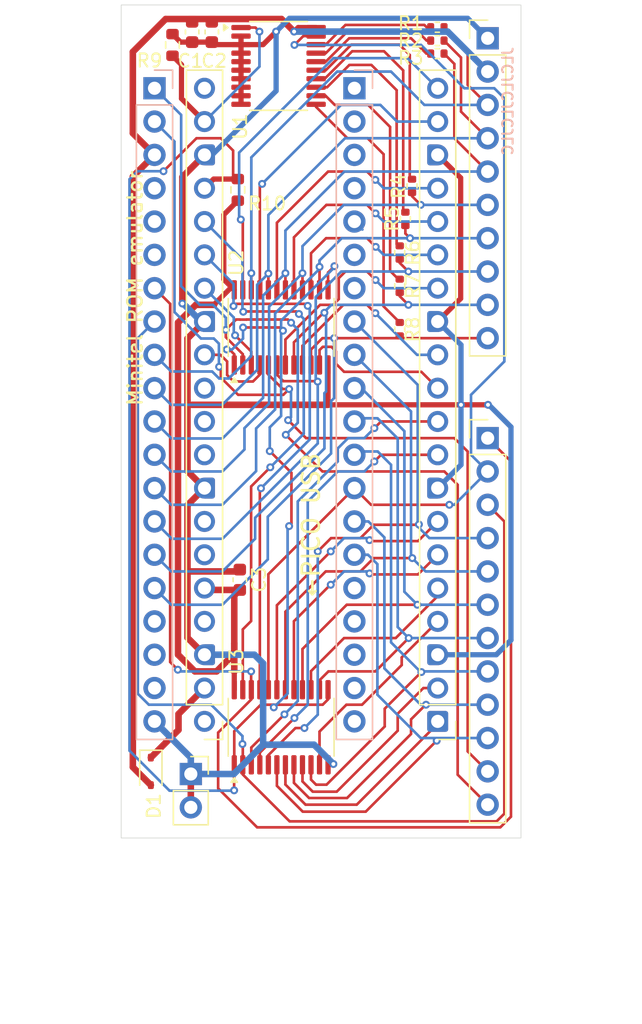
<source format=kicad_pcb>
(kicad_pcb (version 20241229) (generator "pcbnew") (generator_version "9.0")
  (layers (0 "F.Cu" signal) (2 "B.Cu" signal) (13 "F.Paste" user) (15 "B.Paste" user) (5 "F.SilkS" user "F.Silkscreen") (7 "B.SilkS" user "B.Silkscreen") (1 "F.Mask" user) (3 "B.Mask" user) (25 "Edge.Cuts" user))
  (net 0 "")
  (net 1 "+5V")
  (net 3 "/BUS{slash}PSEN")
  (net 16 "unconnected-(J2-A12-PadR5)")
  (net 17 "Net-(D1-K)")
  (net 19 "+3V3")
  (net 23 "GND")
  (net 25 "/BUS{slash}WR")
  (net 26 "/BUS{slash}RD")
  (net 27 "/PICO{slash}WR")
  (net 28 "/BUS{slash}GP7")
  (net 29 "/BUS{slash}GP14")
  (net 30 "/BUS{slash}GP0")
  (net 31 "/BUS{slash}GP11")
  (net 32 "/BUS{slash}GP13")
  (net 33 "/BUS{slash}GP5")
  (net 34 "/BUS{slash}GP10")
  (net 35 "/BUS{slash}GP2")
  (net 36 "/BUS{slash}GP12")
  (net 37 "/BUS{slash}GP4")
  (net 38 "/BUS{slash}GP1")
  (net 39 "/BUS{slash}GP15")
  (net 40 "/BUS{slash}GP9")
  (net 41 "/BUS{slash}GP3")
  (net 42 "/BUS{slash}GP8")
  (net 43 "/BUS{slash}GP6")
  (net 44 "/PICO{slash}GP8")
  (net 45 "/PICO{slash}GP4")
  (net 46 "/PICO{slash}GP11")
  (net 47 "/PICO{slash}GP10")
  (net 48 "/PICO{slash}GP12")
  (net 49 "/PICO{slash}GP2")
  (net 50 "/PICO{slash}GP1")
  (net 51 "/PICO{slash}GP6")
  (net 52 "/PICO{slash}GP7")
  (net 53 "/PICO{slash}GP9")
  (net 54 "/PICO{slash}GP0")
  (net 55 "/PICO{slash}GP13")
  (net 56 "/PICO{slash}GP15")
  (net 57 "/PICO{slash}GP14")
  (net 58 "/PICO{slash}GP5")
  (net 59 "/PICO{slash}GP3")
  (net 60 "/BUS{slash}ALE")
  (net 61 "/PICO{slash}RD")
  (net 62 "Net-(U1-Y8)")
  (net 63 "Net-(U1-Y1)")
  (net 64 "Net-(U1-Y2)")
  (net 65 "Net-(U1-Y3)")
  (net 66 "Net-(U1-Y4)")
  (net 67 "Net-(U1-Y5)")
  (net 68 "Net-(U1-Y6)")
  (net 69 "Net-(U1-Y7)")
  (net 70 "/PICO{slash}NOP_EN")
  (net 71 "/PICO{slash}PSEN")
  (net 72 "/PICO{slash}ALE")
  (net 74 "/PICO{slash}BUS_EN")
  (footprint "Resistor_SMD:R_0402_1005Metric" (layer "F.Cu") (at 76.5834 92.2732 90)
    (property "Reference" "R8")
    (property "Value" "1K5")
  )
  (footprint "ProjectFootprints:RaspberryPi_Pico_Common_THT" (layer "F.Cu") (at 79.479 122.169 180)
    (property "Reference" "J3" (hide yes))
    (property "Value" "RaspberryPico")
  )
  (footprint "MountingHole:ToolingHole_1.152mm" (layer "F.Cu") (at 56.449 68.659)
    (property "Reference" "H1" (hide yes))
    (property "Value" "JLCPCB_PCBA_Tooling_Hole")
  )
  (footprint "Resistor_SMD:R_0603_1608Metric" (layer "F.Cu") (at 59.2606 70.607 90)
    (property "Reference" "R9")
    (property "Value" "8K2")
  )
  (footprint "Package_SO:TSSOP-24_4.4x7.8mm_P0.65mm" (layer "F.Cu") (at 67.545 122.6185 90)
    (property "Reference" "U3")
    (property "Value" "SN74CB3T3384")
  )
  (footprint "Resistor_SMD:R_0402_1005Metric" (layer "F.Cu") (at 76.5834 86.4312 90)
    (property "Reference" "R6")
    (property "Value" "1K5")
  )
  (footprint "ProjectFootprints:NFZ330_ROM_Port" (layer "F.Cu") (at 83.289 70.099)
    (property "Reference" "J1" (hide yes))
    (property "Value" "NFZ330_ROM_Port")
  )
  (footprint "Capacitor_SMD:C_0603_1608Metric" (layer "F.Cu") (at 64.3914 111.374 90)
    (property "Reference" "C3")
    (property "Value" "1uF")
  )
  (footprint "Resistor_SMD:R_0402_1005Metric" (layer "F.Cu") (at 79.4536 70.2768)
    (property "Reference" "R2")
    (property "Value" "1K5")
  )
  (footprint "Resistor_SMD:R_0402_1005Metric" (layer "F.Cu") (at 77.0152 83.8658 90)
    (property "Reference" "R5")
    (property "Value" "1K5")
  )
  (footprint "Diode_SMD:D_SOD-323" (layer "F.Cu") (at 57.6096 125.979 -90)
    (property "Reference" "D1")
    (property "Value" "1N5819WS")
  )
  (footprint "Package_SO:TSSOP-20_4.4x6.5mm_P0.65mm" (layer "F.Cu") (at 67.3475 72.2072)
    (property "Reference" "U1")
    (property "Value" "SN74HCT541")
  )
  (footprint "Resistor_SMD:R_0402_1005Metric" (layer "F.Cu") (at 76.5834 88.9712 90)
    (property "Reference" "R7")
    (property "Value" "1K5")
  )
  (footprint "Connector_PinSocket_2.54mm:PinSocket_1x02_P2.54mm_Vertical" (layer "F.Cu") (at 60.6576 126.1822)
    (property "Reference" "J4" (hide yes))
    (property "Value" "Conn_01x02")
  )
  (footprint "Capacitor_SMD:C_0603_1608Metric" (layer "F.Cu") (at 60.7592 69.6164 -90)
    (property "Reference" "C1")
    (property "Value" "1uF")
  )
  (footprint "Resistor_SMD:R_0402_1005Metric" (layer "F.Cu") (at 79.4536 71.2674)
    (property "Reference" "R3")
    (property "Value" "1K5")
  )
  (footprint "Resistor_SMD:R_0402_1005Metric" (layer "F.Cu") (at 79.4536 69.2608)
    (property "Reference" "R1")
    (property "Value" "1K5")
  )
  (footprint "Capacitor_SMD:C_0603_1608Metric" (layer "F.Cu") (at 62.2578 69.6164 -90)
    (property "Reference" "C2")
    (property "Value" "100nF")
  )
  (footprint "MountingHole:ToolingHole_1.152mm" (layer "F.Cu") (at 84.729 68.659)
    (property "Reference" "H2" (hide yes))
    (property "Value" "JLCPCB_PCBA_Tooling_Hole")
  )
  (footprint "Package_SO:TSSOP-24_4.4x7.8mm_P0.65mm" (layer "F.Cu") (at 67.545 92.1385 90)
    (property "Reference" "U2")
    (property "Value" "SN74CB3T3384")
  )
  (footprint "MountingHole:ToolingHole_1.152mm" (layer "F.Cu") (at 56.449 129.959)
    (property "Reference" "H3" (hide yes))
    (property "Value" "JLCPCB_PCBA_Tooling_Hole")
  )
  (footprint "Resistor_SMD:R_0402_1005Metric" (layer "F.Cu") (at 77.5232 81.3512 -90)
    (property "Reference" "R4")
    (property "Value" "1K5")
  )
  (footprint "Resistor_SMD:R_0603_1608Metric" (layer "F.Cu") (at 64.239 81.656 90)
    (property "Reference" "R10")
    (property "Value" "8K2")
  )
  (footprint "ProjectFootprints:NFZ400_ROM_Port" (layer "B.Cu") (at 73.129 73.909 180)
    (property "Reference" "J2" (hide yes))
    (property "Value" "NFZ400_ROM_Port")
  )
  (gr_rect (start 55.349 67.559) (end 85.829 131.059) (stroke (width 0.05)) (fill no) (layer "Edge.Cuts"))
  (gr_text "←PICO USB" (at 70.589 107.249 90) (layer "F.SilkS") (effects (font (size 1.3 1.3) (thickness 0.2)) (justify bottom)))
  (gr_text "Minitel ROM emulator" (at 57.0508 89.149 90) (layer "F.SilkS") (effects (font (size 1.1 1.1) (thickness 0.18)) (justify bottom)))
  (gr_text "JLCJLCJLCJLC" (at 85.2956 70.6832 90) (layer "B.SilkS") (effects (font (size 0.8 0.8) (thickness 0.15) (bold yes)) (justify left bottom mirror)))
  (segment (start 68.8414 69.2812) (end 70.21 69.2812) (width 0.4) (layer "F.Cu") (net 1))
  (segment (start 56.238 80.64) (end 56.238 125.6574) (width 0.5) (layer "F.Cu") (net 1))
  (segment (start 56.238 125.6574) (end 57.6096 127.029) (width 0.5) (layer "F.Cu") (net 1))
  (segment (start 68.5316 69.591) (end 68.8414 69.2812) (width 0.4) (layer "F.Cu") (net 1))
  (segment (start 68.5316 69.591) (end 67.5718 68.6312) (width 0.5) (layer "F.Cu") (net 1))
  (segment (start 58.74085 68.6312) (end 56.238 71.13405) (width 0.5) (layer "F.Cu") (net 1))
  (segment (start 57.889 78.989) (end 56.238 80.64) (width 0.5) (layer "F.Cu") (net 1))
  (segment (start 56.238 71.13405) (end 56.238 77.338) (width 0.5) (layer "F.Cu") (net 1))
  (segment (start 56.238 77.338) (end 57.889 78.989) (width 0.5) (layer "F.Cu") (net 1))
  (segment (start 67.5718 68.6312) (end 58.74085 68.6312) (width 0.5) (layer "F.Cu") (net 1))
  (via (at 68.5316 69.591) (size 0.6) (drill 0.3) (layers "F.Cu" "B.Cu") (net 1))
  (segment (start 80.241 69.591) (end 68.5316 69.591) (width 0.5) (layer "B.Cu") (net 1))
  (segment (start 83.289 72.639) (end 80.241 69.591) (width 0.5) (layer "B.Cu") (net 1))
  (segment (start 74.399 105.659) (end 73.129 104.389) (width 0.2) (layer "F.Cu") (net 3))
  (segment (start 73.129 104.389) (end 66.57 110.948) (width 0.2) (layer "F.Cu") (net 3))
  (segment (start 69.2318 69.9322) (end 68.557 70.607) (width 0.2) (layer "F.Cu") (net 3))
  (segment (start 80.368 105.659) (end 74.399 105.659) (width 0.2) (layer "F.Cu") (net 3))
  (segment (start 70.21 69.9322) (end 69.2318 69.9322) (width 0.2) (layer "F.Cu") (net 3))
  (segment (start 66.57 110.948) (end 66.57 119.756) (width 0.2) (layer "F.Cu") (net 3))
  (via (at 80.368 105.659) (size 0.6) (drill 0.3) (layers "F.Cu" "B.Cu") (net 3))
  (via (at 68.557 70.607) (size 0.6) (drill 0.3) (layers "F.Cu" "B.Cu") (net 3))
  (segment (start 80.368 105.659) (end 80.749 105.659) (width 0.2) (layer "B.Cu") (net 3))
  (segment (start 78.209 70.607) (end 68.557 70.607) (width 0.2) (layer "B.Cu") (net 3))
  (segment (start 82.019 101.849) (end 82.019 97.277) (width 0.2) (layer "B.Cu") (net 3))
  (segment (start 83.289 103.119) (end 82.019 101.849) (width 0.2) (layer "B.Cu") (net 3))
  (segment (start 80.749 105.659) (end 83.289 103.119) (width 0.2) (layer "B.Cu") (net 3))
  (segment (start 83.797 73.909) (end 81.511 73.909) (width 0.2) (layer "B.Cu") (net 3))
  (segment (start 81.511 73.909) (end 78.209 70.607) (width 0.2) (layer "B.Cu") (net 3))
  (segment (start 84.559 74.671) (end 83.797 73.909) (width 0.2) (layer "B.Cu") (net 3))
  (segment (start 84.559 94.737) (end 84.559 74.671) (width 0.2) (layer "B.Cu") (net 3))
  (segment (start 82.019 97.277) (end 84.559 94.737) (width 0.2) (layer "B.Cu") (net 3))
  (segment (start 73.129 84.069) (end 73.7386 84.6786) (width 0.2) (layer "B.Cu") (net 16))
  (segment (start 59.7178 121.6102) (end 61.699 119.629) (width 0.5) (layer "F.Cu") (net 17))
  (segment (start 59.7178 121.7626) (end 59.7178 121.6102) (width 0.5) (layer "F.Cu") (net 17))
  (segment (start 57.6096 124.929) (end 59.7178 122.8208) (width 0.5) (layer "F.Cu") (net 17))
  (segment (start 59.7178 122.8208) (end 59.7178 121.7626) (width 0.5) (layer "F.Cu") (net 17))
  (segment (start 59.679496 91.7652) (end 59.679496 117.089) (width 0.5) (layer "F.Cu") (net 19))
  (segment (start 62.6238 118.359) (end 63.97 117.0128) (width 0.5) (layer "F.Cu") (net 19))
  (segment (start 62.4356 90.419) (end 61.0386 90.419) (width 0.5) (layer "F.Cu") (net 19))
  (segment (start 63.1722 88.4782) (end 63.97 89.276) (width 0.4) (layer "F.Cu") (net 19))
  (segment (start 63.97 118.3844) (end 63.97 119.756) (width 0.4) (layer "F.Cu") (net 19))
  (segment (start 64.3914 112.149) (end 61.839 112.149) (width 0.5) (layer "F.Cu") (net 19))
  (segment (start 63.1722 83.5478) (end 63.1722 88.4782) (width 0.4) (layer "F.Cu") (net 19))
  (segment (start 64.239 82.481) (end 63.1722 83.5478) (width 0.4) (layer "F.Cu") (net 19))
  (segment (start 63.97 116.2254) (end 63.97 118.3844) (width 0.5) (layer "F.Cu") (net 19))
  (segment (start 63.97 117.0128) (end 63.97 116.2254) (width 0.5) (layer "F.Cu") (net 19))
  (segment (start 62.4356 90.3936) (end 63.9596 88.8696) (width 0.4) (layer "F.Cu") (net 19))
  (segment (start 61.839 112.149) (end 61.699 112.009) (width 0.5) (layer "F.Cu") (net 19))
  (segment (start 59.6924 117.089) (end 60.9624 118.359) (width 0.5) (layer "F.Cu") (net 19))
  (segment (start 61.0386 90.419) (end 59.6924 91.7652) (width 0.5) (layer "F.Cu") (net 19))
  (segment (start 63.97 112.5704) (end 64.3914 112.149) (width 0.5) (layer "F.Cu") (net 19))
  (segment (start 60.9624 118.359) (end 62.6238 118.359) (width 0.5) (layer "F.Cu") (net 19))
  (segment (start 62.4356 90.419) (end 62.4356 90.3936) (width 0.4) (layer "F.Cu") (net 19))
  (segment (start 63.97 116.2254) (end 63.97 112.5704) (width 0.5) (layer "F.Cu") (net 19))
  (segment (start 64.3914 110.599) (end 64.2514 110.739) (width 0.4) (layer "F.Cu") (net 23))
  (segment (start 60.4036 103.0936) (end 61.699 104.389) (width 0.5) (layer "F.Cu") (net 23))
  (segment (start 83.3144 98.039) (end 71.12 98.039) (width 0.4) (layer "F.Cu") (net 23))
  (segment (start 60.013 90.3174) (end 60.013 80.675) (width 0.5) (layer "F.Cu") (net 23))
  (segment (start 64.485 69.9322) (end 64.485 75.1322) (width 0.4) (layer "F.Cu") (net 23))
  (segment (start 60.4036 92.9844) (end 60.4036 97.7088) (width 0.5) (layer "F.Cu") (net 23))
  (segment (start 61.699 91.689) (end 61.699 91.1556) (width 0.2) (layer "F.Cu") (net 23))
  (segment (start 61.699 91.689) (end 60.4036 92.9844) (width 0.5) (layer "F.Cu") (net 23))
  (segment (start 81.2316 80.7416) (end 79.479 78.989) (width 0.4) (layer "F.Cu") (net 23))
  (segment (start 59.87 70.3914) (end 59.2606 69.782) (width 0.4) (layer "F.Cu") (net 23))
  (segment (start 66.1688 70.5822) (end 62.4486 70.5822) (width 0.4) (layer "F.Cu") (net 23))
  (segment (start 67.6934 98.039) (end 71.12 98.039) (width 0.5) (layer "F.Cu") (net 23))
  (segment (start 81.2316 89.9364) (end 81.2316 80.7416) (width 0.4) (layer "F.Cu") (net 23))
  (segment (start 60.4036 115.7936) (end 61.699 117.089) (width 0.5) (layer "F.Cu") (net 23))
  (segment (start 71.5288 125.4202) (end 71.468 125.481) (width 0.2) (layer "F.Cu") (net 23))
  (segment (start 79.479 91.689) (end 81.2316 89.9364) (width 0.4) (layer "F.Cu") (net 23))
  (segment (start 67.16 69.591) (end 66.1688 70.5822) (width 0.4) (layer "F.Cu") (net 23))
  (segment (start 60.013 80.675) (end 61.699 78.989) (width 0.5) (layer "F.Cu") (net 23))
  (segment (start 71.12 98.039) (end 71.12 95.001) (width 0.4) (layer "F.Cu") (net 23))
  (segment (start 60.6576 126.1822) (end 60.6576 128.7222) (width 0.5) (layer "F.Cu") (net 23))
  (segment (start 64.2514 110.739) (end 60.429 110.739) (width 0.5) (layer "F.Cu") (net 23))
  (segment (start 61.699 104.389) (end 60.4036 105.6844) (width 0.5) (layer "F.Cu") (net 23))
  (segment (start 62.4486 70.5822) (end 62.2578 70.3914) (width 0.4) (layer "F.Cu") (net 23))
  (segment (start 60.4036 105.6844) (end 60.4036 110.7136) (width 0.5) (layer "F.Cu") (net 23))
  (segment (start 62.2578 70.3914) (end 59.87 70.3914) (width 0.4) (layer "F.Cu") (net 23))
  (segment (start 60.5814 98.1914) (end 60.4036 98.0136) (width 0.2) (layer "F.Cu") (net 23))
  (segment (start 67.6934 98.039) (end 60.7338 98.039) (width 0.5) (layer "F.Cu") (net 23))
  (segment (start 60.4036 98.0136) (end 60.4036 97.7088) (width 0.2) (layer "F.Cu") (net 23))
  (segment (start 60.4036 97.7088) (end 60.4036 103.0936) (width 0.5) (layer "F.Cu") (net 23))
  (segment (start 60.4036 110.7136) (end 60.4036 115.7936) (width 0.5) (layer "F.Cu") (net 23))
  (segment (start 71.468 125.481) (end 71.12 125.481) (width 0.2) (layer "F.Cu") (net 23))
  (via (at 60.013 90.3174) (size 0.6) (drill 0.3) (layers "F.Cu" "B.Cu") (net 23))
  (via (at 81.257 98.039) (size 0.6) (drill 0.3) (layers "F.Cu" "B.Cu") (net 23))
  (via (at 67.16 69.591) (size 0.6) (drill 0.3) (layers "F.Cu" "B.Cu") (net 23))
  (via (at 83.3144 98.039) (size 0.6) (drill 0.3) (layers "F.Cu" "B.Cu") (net 23))
  (via (at 71.5288 125.4202) (size 0.6) (drill 0.3) (layers "F.Cu" "B.Cu") (net 23))
  (segment (start 63.9342 126.1822) (end 66.1694 123.947) (width 0.5) (layer "B.Cu") (net 23))
  (segment (start 83.9494 117.089) (end 79.479 117.089) (width 0.4) (layer "B.Cu") (net 23))
  (segment (start 68.176 68.575) (end 67.16 69.591) (width 0.4) (layer "B.Cu") (net 23))
  (segment (start 62.2832 78.989) (end 61.699 78.989) (width 0.4) (layer "B.Cu") (net 23))
  (segment (start 67.16 69.591) (end 67.16 74.1122) (width 0.4) (layer "B.Cu") (net 23))
  (segment (start 60.0734 90.3174) (end 61.445 91.689) (width 0.5) (layer "B.Cu") (net 23))
  (segment (start 81.257 93.467) (end 81.257 97.7342) (width 0.4) (layer "B.Cu") (net 23))
  (segment (start 60.6576 126.1822) (end 60.6576 124.9376) (width 0.5) (layer "B.Cu") (net 23))
  (segment (start 83.289 70.099) (end 81.765 68.575) (width 0.4) (layer "B.Cu") (net 23))
  (segment (start 65.509 117.089) (end 66.1694 117.7494) (width 0.5) (layer "B.Cu") (net 23))
  (segment (start 83.378 98.039) (end 85.067 99.728) (width 0.4) (layer "B.Cu") (net 23))
  (segment (start 60.6576 124.9376) (end 57.889 122.169) (width 0.5) (layer "B.Cu") (net 23))
  (segment (start 70.0556 123.947) (end 66.1694 123.947) (width 0.5) (layer "B.Cu") (net 23))
  (segment (start 67.16 74.1122) (end 62.2832 78.989) (width 0.4) (layer "B.Cu") (net 23))
  (segment (start 66.1694 117.7494) (end 66.1694 123.947) (width 0.5) (layer "B.Cu") (net 23))
  (segment (start 83.3144 98.039) (end 83.378 98.039) (width 0.4) (layer "B.Cu") (net 23))
  (segment (start 71.5288 125.4202) (end 70.0556 123.947) (width 0.5) (layer "B.Cu") (net 23))
  (segment (start 85.067 115.9714) (end 83.9494 117.089) (width 0.4) (layer "B.Cu") (net 23))
  (segment (start 85.067 99.728) (end 85.067 115.9714) (width 0.4) (layer "B.Cu") (net 23))
  (segment (start 60.6576 126.1822) (end 63.9342 126.1822) (width 0.5) (layer "B.Cu") (net 23))
  (segment (start 61.699 117.089) (end 65.509 117.089) (width 0.5) (layer "B.Cu") (net 23))
  (segment (start 61.445 91.689) (end 61.699 91.689) (width 0.5) (layer "B.Cu") (net 23))
  (segment (start 79.479 104.389) (end 81.257 102.611) (width 0.4) (layer "B.Cu") (net 23))
  (segment (start 79.479 91.689) (end 81.257 93.467) (width 0.4) (layer "B.Cu") (net 23))
  (segment (start 60.013 90.3174) (end 60.0734 90.3174) (width 0.5) (layer "B.Cu") (net 23))
  (segment (start 81.257 102.611) (end 81.257 98.3438) (width 0.4) (layer "B.Cu") (net 23))
  (segment (start 81.765 68.575) (end 68.176 68.575) (width 0.4) (layer "B.Cu") (net 23))
  (segment (start 68.302273 91.781) (end 68.057873 91.5366) (width 0.2) (layer "F.Cu") (net 25))
  (segment (start 64.398857 91.5366) (end 64.112 91.5366) (width 0.2) (layer "F.Cu") (net 25))
  (segment (start 63.3246 92.8828) (end 64.62 94.1782) (width 0.2) (layer "F.Cu") (net 25))
  (segment (start 64.903943 91.5438) (end 64.406057 91.5438) (width 0.2) (layer "F.Cu") (net 25))
  (segment (start 81.003 126.233) (end 83.289 128.519) (width 0.2) (layer "F.Cu") (net 25))
  (segment (start 67.8966 100.325) (end 70.6906 103.119) (width 0.2) (layer "F.Cu") (net 25))
  (segment (start 64.112 91.5366) (end 63.3246 92.324) (width 0.2) (layer "F.Cu") (net 25))
  (segment (start 68.057873 91.5366) (end 64.911143 91.5366) (width 0.2) (layer "F.Cu") (net 25))
  (segment (start 63.3246 92.324) (end 63.3246 92.8828) (width 0.2) (layer "F.Cu") (net 25))
  (segment (start 64.406057 91.5438) (end 64.398857 91.5366) (width 0.2) (layer "F.Cu") (net 25))
  (segment (start 81.003 104.135) (end 81.003 126.233) (width 0.2) (layer "F.Cu") (net 25))
  (segment (start 79.987 103.119) (end 81.003 104.135) (width 0.2) (layer "F.Cu") (net 25))
  (segment (start 64.62 94.1782) (end 64.62 95.001) (width 0.2) (layer "F.Cu") (net 25))
  (segment (start 70.6906 103.119) (end 79.987 103.119) (width 0.2) (layer "F.Cu") (net 25))
  (segment (start 64.911143 91.5366) (end 64.903943 91.5438) (width 0.2) (layer "F.Cu") (net 25))
  (via (at 63.3246 92.324) (size 0.6) (drill 0.3) (layers "F.Cu" "B.Cu") (net 25))
  (via (at 67.8966 100.325) (size 0.6) (drill 0.3) (layers "F.Cu" "B.Cu") (net 25))
  (via (at 68.302273 91.781) (size 0.6) (drill 0.3) (layers "F.Cu" "B.Cu") (net 25))
  (segment (start 63.3246 92.324) (end 63.3246 91.399006) (width 0.2) (layer "B.Cu") (net 25))
  (segment (start 59.921 75.941) (end 57.889 73.909) (width 0.2) (layer "B.Cu") (net 25))
  (segment (start 62.344594 90.419) (end 61.3434 90.419) (width 0.2) (layer "B.Cu") (net 25))
  (segment (start 63.3246 91.399006) (end 62.344594 90.419) (width 0.2) (layer "B.Cu") (net 25))
  (segment (start 68.811 99.4106) (end 67.8966 100.325) (width 0.2) (layer "B.Cu") (net 25))
  (segment (start 61.3434 90.419) (end 59.921 88.9966) (width 0.2) (layer "B.Cu") (net 25))
  (segment (start 59.921 88.9966) (end 59.921 75.941) (width 0.2) (layer "B.Cu") (net 25))
  (segment (start 68.811 92.289727) (end 68.811 99.4106) (width 0.2) (layer "B.Cu") (net 25))
  (segment (start 68.302273 91.781) (end 68.811 92.289727) (width 0.2) (layer "B.Cu") (net 25))
  (segment (start 67.709507 97.277) (end 68.1506 96.835907) (width 0.2) (layer "F.Cu") (net 26))
  (segment (start 68.1506 96.835907) (end 67.667408 96.835907) (width 0.2) (layer "F.Cu") (net 26))
  (segment (start 81.765 101.595) (end 81.765 124.455) (width 0.2) (layer "F.Cu") (net 26))
  (segment (start 68.0744 99.2074) (end 69.446 100.579) (width 0.2) (layer "F.Cu") (net 26))
  (segment (start 64.2644 97.277) (end 67.709507 97.277) (width 0.2) (layer "F.Cu") (net 26))
  (segment (start 80.749 100.579) (end 81.765 101.595) (width 0.2) (layer "F.Cu") (net 26))
  (segment (start 66.57 95.738499) (end 66.57 95.001) (width 0.2) (layer "F.Cu") (net 26))
  (segment (start 62.9436 95.9562) (end 64.2644 97.277) (width 0.2) (layer "F.Cu") (net 26))
  (segment (start 62.9436 95.2704) (end 62.9436 95.9562) (width 0.2) (layer "F.Cu") (net 26))
  (segment (start 81.765 124.455) (end 83.289 125.979) (width 0.2) (layer "F.Cu") (net 26))
  (segment (start 67.667408 96.835907) (end 66.57 95.738499) (width 0.2) (layer "F.Cu") (net 26))
  (segment (start 62.8166 95.1434) (end 62.9436 95.2704) (width 0.2) (layer "F.Cu") (net 26))
  (segment (start 69.446 100.579) (end 80.749 100.579) (width 0.2) (layer "F.Cu") (net 26))
  (via (at 68.1506 96.835907) (size 0.6) (drill 0.3) (layers "F.Cu" "B.Cu") (net 26))
  (via (at 62.8166 95.1434) (size 0.6) (drill 0.3) (layers "F.Cu" "B.Cu") (net 26))
  (via (at 68.0744 99.2074) (size 0.6) (drill 0.3) (layers "F.Cu" "B.Cu") (net 26))
  (segment (start 59.413 77.973) (end 59.413 90.967122) (width 0.2) (layer "B.Cu") (net 26))
  (segment (start 62.8 95.1268) (end 62.8166 95.1434) (width 0.2) (layer "B.Cu") (net 26))
  (segment (start 68.0744 99.2074) (end 68.2944 98.9874) (width 0.2) (layer "B.Cu") (net 26))
  (segment (start 62.8 93.3742) (end 62.8 95.1268) (width 0.2) (layer "B.Cu") (net 26))
  (segment (start 61.430278 92.9844) (end 62.4102 92.9844) (width 0.2) (layer "B.Cu") (net 26))
  (segment (start 68.2944 96.979707) (end 68.1506 96.835907) (width 0.2) (layer "B.Cu") (net 26))
  (segment (start 62.4102 92.9844) (end 62.8 93.3742) (width 0.2) (layer "B.Cu") (net 26))
  (segment (start 57.889 76.449) (end 59.413 77.973) (width 0.2) (layer "B.Cu") (net 26))
  (segment (start 68.2944 98.9874) (end 68.2944 96.979707) (width 0.2) (layer "B.Cu") (net 26))
  (segment (start 59.413 90.967122) (end 61.430278 92.9844) (width 0.2) (layer "B.Cu") (net 26))
  (segment (start 64.033102 92.742772) (end 65.27 93.97967) (width 0.2) (layer "F.Cu") (net 27))
  (segment (start 65.27 93.97967) (end 65.27 95.001) (width 0.2) (layer "F.Cu") (net 27))
  (via (at 64.033102 92.742772) (size 0.6) (drill 0.3) (layers "F.Cu" "B.Cu") (net 27))
  (segment (start 63.9342 92.64387) (end 63.9342 91.3842) (width 0.2) (layer "B.Cu") (net 27))
  (segment (start 63.9342 91.3842) (end 61.699 89.149) (width 0.2) (layer "B.Cu") (net 27))
  (segment (start 64.033102 92.742772) (end 63.9342 92.64387) (width 0.2) (layer "B.Cu") (net 27))
  (segment (start 83.289 105.659) (end 84.559 106.929) (width 0.2) (layer "F.Cu") (net 28))
  (segment (start 84.559 106.929) (end 84.559 129.2048) (width 0.2) (layer "F.Cu") (net 28))
  (segment (start 83.9748 129.789) (end 68.190501 129.789) (width 0.2) (layer "F.Cu") (net 28))
  (segment (start 84.559 129.2048) (end 83.9748 129.789) (width 0.2) (layer "F.Cu") (net 28))
  (segment (start 68.190501 129.789) (end 64.62 126.218499) (width 0.2) (layer "F.Cu") (net 28))
  (segment (start 64.62 126.218499) (end 64.62 125.481) (width 0.2) (layer "F.Cu") (net 28))
  (segment (start 64.62 123.9216) (end 64.5946 123.8962) (width 0.2) (layer "F.Cu") (net 28))
  (segment (start 64.62 125.481) (end 64.62 123.9216) (width 0.2) (layer "F.Cu") (net 28))
  (via (at 64.5946 123.8962) (size 0.6) (drill 0.3) (layers "F.Cu" "B.Cu") (net 28))
  (segment (start 56.619 92.959) (end 57.889 91.689) (width 0.2) (layer "B.Cu") (net 28))
  (segment (start 56.619 120.0608) (end 56.619 92.959) (width 0.2) (layer "B.Cu") (net 28))
  (segment (start 64.5946 123.2866) (end 62.207 120.899) (width 0.2) (layer "B.Cu") (net 28))
  (segment (start 64.5946 123.8962) (end 64.5946 123.2866) (width 0.2) (layer "B.Cu") (net 28))
  (segment (start 57.4572 120.899) (end 56.619 120.0608) (width 0.2) (layer "B.Cu") (net 28))
  (segment (start 62.207 120.899) (end 57.4572 120.899) (width 0.2) (layer "B.Cu") (net 28))
  (segment (start 81.257 75.687) (end 83.289 77.719) (width 0.2) (layer "F.Cu") (net 29))
  (segment (start 79.9636 70.2768) (end 81.257 71.5702) (width 0.2) (layer "F.Cu") (net 29))
  (segment (start 81.257 71.5702) (end 81.257 75.687) (width 0.2) (layer "F.Cu") (net 29))
  (segment (start 66.57 88.0314) (end 66.57 89.276) (width 0.2) (layer "F.Cu") (net 29))
  (via (at 66.57 88.0314) (size 0.6) (drill 0.3) (layers "F.Cu" "B.Cu") (net 29))
  (segment (start 66.57 83.5668) (end 72.4178 77.719) (width 0.2) (layer "B.Cu") (net 29))
  (segment (start 59.159 98.039) (end 63.0535 98.039) (width 0.2) (layer "B.Cu") (net 29))
  (segment (start 65.7122 95.3803) (end 65.7122 88.8892) (width 0.2) (layer "B.Cu") (net 29))
  (segment (start 57.889 96.769) (end 59.159 98.039) (width 0.2) (layer "B.Cu") (net 29))
  (segment (start 66.57 88.0314) (end 66.57 83.5668) (width 0.2) (layer "B.Cu") (net 29))
  (segment (start 72.4178 77.719) (end 83.289 77.719) (width 0.2) (layer "B.Cu") (net 29))
  (segment (start 65.7122 88.8892) (end 66.57 88.0314) (width 0.2) (layer "B.Cu") (net 29))
  (segment (start 63.0535 98.039) (end 65.7122 95.3803) (width 0.2) (layer "B.Cu") (net 29))
  (segment (start 69.192 129.0524) (end 67.22 127.0804) (width 0.2) (layer "F.Cu") (net 30))
  (segment (start 79.4028 123.6422) (end 73.9926 129.0524) (width 0.2) (layer "F.Cu") (net 30))
  (segment (start 73.9926 129.0524) (end 69.192 129.0524) (width 0.2) (layer "F.Cu") (net 30))
  (segment (start 67.22 127.0804) (end 67.22 125.481) (width 0.2) (layer "F.Cu") (net 30))
  (via (at 79.4028 123.6422) (size 0.6) (drill 0.3) (layers "F.Cu" "B.Cu") (net 30))
  (segment (start 78.1836 123.439) (end 83.289 123.439) (width 0.2) (layer "B.Cu") (net 30))
  (segment (start 74.8816 110.1802) (end 74.8816 120.137) (width 0.2) (layer "B.Cu") (net 30))
  (segment (start 74.8816 120.137) (end 78.1836 123.439) (width 0.2) (layer "B.Cu") (net 30))
  (segment (start 73.129 109.469) (end 74.1704 109.469) (width 0.2) (layer "B.Cu") (net 30))
  (segment (start 74.1704 109.469) (end 74.8816 110.1802) (width 0.2) (layer "B.Cu") (net 30))
  (segment (start 77.0152 84.9834) (end 77.3708 85.339) (width 0.2) (layer "F.Cu") (net 31))
  (segment (start 70.47 87.5234) (end 70.47 89.276) (width 0.2) (layer "F.Cu") (net 31))
  (segment (start 77.0152 84.3758) (end 77.0152 84.9834) (width 0.2) (layer "F.Cu") (net 31))
  (via (at 70.47 87.5234) (size 0.6) (drill 0.3) (layers "F.Cu" "B.Cu") (net 31))
  (via (at 77.3708 85.339) (size 0.6) (drill 0.3) (layers "F.Cu" "B.Cu") (net 31))
  (segment (start 63.0706 105.659) (end 65.636 103.0936) (width 0.2) (layer "B.Cu") (net 31))
  (segment (start 67.0838 91.062384) (end 70.47 87.676184) (width 0.2) (layer "B.Cu") (net 31))
  (segment (start 59.159 105.659) (end 63.0706 105.659) (width 0.2) (layer "B.Cu") (net 31))
  (segment (start 72.1638 85.339) (end 83.289 85.339) (width 0.2) (layer "B.Cu") (net 31))
  (segment (start 70.47 87.676184) (end 70.47 87.5234) (width 0.2) (layer "B.Cu") (net 31))
  (segment (start 65.636 103.0936) (end 65.636 99.8424) (width 0.2) (layer "B.Cu") (net 31))
  (segment (start 57.889 104.389) (end 59.159 105.659) (width 0.2) (layer "B.Cu") (net 31))
  (segment (start 70.47 87.0328) (end 72.1638 85.339) (width 0.2) (layer "B.Cu") (net 31))
  (segment (start 67.0838 98.3946) (end 67.0838 91.062384) (width 0.2) (layer "B.Cu") (net 31))
  (segment (start 65.636 99.8424) (end 67.0838 98.3946) (width 0.2) (layer "B.Cu") (net 31))
  (segment (start 70.47 87.5234) (end 70.47 87.0328) (width 0.2) (layer "B.Cu") (net 31))
  (segment (start 80.749 77.719) (end 83.289 80.259) (width 0.2) (layer "F.Cu") (net 32))
  (segment (start 67.87 88.006) (end 67.87 89.276) (width 0.2) (layer "F.Cu") (net 32))
  (segment (start 79.9636 71.2674) (end 80.749 72.0528) (width 0.2) (layer "F.Cu") (net 32))
  (segment (start 80.749 72.0528) (end 80.749 77.719) (width 0.2) (layer "F.Cu") (net 32))
  (via (at 67.87 88.006) (size 0.6) (drill 0.3) (layers "F.Cu" "B.Cu") (net 32))
  (segment (start 67.87 88.006) (end 66.1694 89.7066) (width 0.2) (layer "B.Cu") (net 32))
  (segment (start 83.289 80.259) (end 72.367 80.259) (width 0.2) (layer "B.Cu") (net 32))
  (segment (start 59.1844 100.6044) (end 57.889 99.309) (width 0.2) (layer "B.Cu") (net 32))
  (segment (start 66.1694 89.7066) (end 66.1694 97.5056) (width 0.2) (layer "B.Cu") (net 32))
  (segment (start 63.0706 100.6044) (end 59.1844 100.6044) (width 0.2) (layer "B.Cu") (net 32))
  (segment (start 66.1694 97.5056) (end 63.0706 100.6044) (width 0.2) (layer "B.Cu") (net 32))
  (segment (start 67.87 84.756) (end 67.87 88.006) (width 0.2) (layer "B.Cu") (net 32))
  (segment (start 72.367 80.259) (end 67.87 84.756) (width 0.2) (layer "B.Cu") (net 32))
  (segment (start 77.539 109.723) (end 74.6022 109.723) (width 0.2) (layer "F.Cu") (net 33))
  (segment (start 70.9446 110.739) (end 67.87 113.8136) (width 0.2) (layer "F.Cu") (net 33))
  (segment (start 74.6022 109.723) (end 73.5862 110.739) (width 0.2) (layer "F.Cu") (net 33))
  (segment (start 67.87 113.8136) (end 67.87 119.756) (width 0.2) (layer "F.Cu") (net 33))
  (segment (start 73.5862 110.739) (end 70.9446 110.739) (width 0.2) (layer "F.Cu") (net 33))
  (via (at 77.539 109.723) (size 0.6) (drill 0.3) (layers "F.Cu" "B.Cu") (net 33))
  (segment (start 77.447 109.631) (end 77.447 98.547) (width 0.2) (layer "B.Cu") (net 33))
  (segment (start 77.447 98.547) (end 73.129 94.229) (width 0.2) (layer "B.Cu") (net 33))
  (segment (start 78.555 110.739) (end 77.539 109.723) (width 0.2) (layer "B.Cu") (net 33))
  (segment (start 77.539 109.723) (end 77.447 109.631) (width 0.2) (layer "B.Cu") (net 33))
  (segment (start 83.289 110.739) (end 78.555 110.739) (width 0.2) (layer "B.Cu") (net 33))
  (segment (start 70.292554 96.235907) (end 67.717408 96.235907) (width 0.2) (layer "F.Cu") (net 34))
  (segment (start 76.5834 86.9412) (end 76.5834 87.2186) (width 0.2) (layer "F.Cu") (net 34))
  (segment (start 67.22 95.738499) (end 67.22 95.001) (width 0.2) (layer "F.Cu") (net 34))
  (segment (start 76.5834 87.2186) (end 77.2438 87.879) (width 0.2) (layer "F.Cu") (net 34))
  (segment (start 67.717408 96.235907) (end 67.22 95.738499) (width 0.2) (layer "F.Cu") (net 34))
  (segment (start 70.3254 96.268753) (end 70.292554 96.235907) (width 0.2) (layer "F.Cu") (net 34))
  (via (at 70.3254 96.268753) (size 0.6) (drill 0.3) (layers "F.Cu" "B.Cu") (net 34))
  (via (at 77.2438 87.879) (size 0.6) (drill 0.3) (layers "F.Cu" "B.Cu") (net 34))
  (segment (start 63.0706 108.2498) (end 59.2098 108.2498) (width 0.2) (layer "B.Cu") (net 34))
  (segment (start 70.3254 96.268753) (end 70.1826 96.125953) (width 0.2) (layer "B.Cu") (net 34))
  (segment (start 70.335 100.9854) (end 63.0706 108.2498) (width 0.2) (layer "B.Cu") (net 34))
  (segment (start 70.1826 96.125953) (end 70.1826 89.8223) (width 0.2) (layer "B.Cu") (net 34))
  (segment (start 70.3254 96.281199) (end 70.335 96.290799) (width 0.2) (layer "B.Cu") (net 34))
  (segment (start 70.335 96.290799) (end 70.335 100.9854) (width 0.2) (layer "B.Cu") (net 34))
  (segment (start 72.1259 87.879) (end 83.289 87.879) (width 0.2) (layer "B.Cu") (net 34))
  (segment (start 70.3254 96.268753) (end 70.3254 96.281199) (width 0.2) (layer "B.Cu") (net 34))
  (segment (start 70.1826 89.8223) (end 72.1259 87.879) (width 0.2) (layer "B.Cu") (net 34))
  (segment (start 59.2098 108.2498) (end 57.889 106.929) (width 0.2) (layer "B.Cu") (net 34))
  (segment (start 75.4404 121.2038) (end 78.2344 118.4098) (width 0.2) (layer "F.Cu") (net 35))
  (segment (start 71.005539 126.995) (end 75.4404 122.560139) (width 0.2) (layer "F.Cu") (net 35))
  (segment (start 69.82 126.607) (end 70.208 126.995) (width 0.2) (layer "F.Cu") (net 35))
  (segment (start 75.4404 122.560139) (end 75.4404 121.2038) (width 0.2) (layer "F.Cu") (net 35))
  (segment (start 70.208 126.995) (end 71.005539 126.995) (width 0.2) (layer "F.Cu") (net 35))
  (segment (start 69.82 125.481) (end 69.82 126.607) (width 0.2) (layer "F.Cu") (net 35))
  (segment (start 78.2344 118.4098) (end 78.2852 118.359) (width 0.2) (layer "F.Cu") (net 35))
  (via (at 78.2344 118.4098) (size 0.6) (drill 0.3) (layers "F.Cu" "B.Cu") (net 35))
  (segment (start 73.383 101.595) (end 74.907 101.595) (width 0.2) (layer "B.Cu") (net 35))
  (segment (start 73.129 101.849) (end 73.383 101.595) (width 0.2) (layer "B.Cu") (net 35))
  (segment (start 75.923 116.1492) (end 78.1328 118.359) (width 0.2) (layer "B.Cu") (net 35))
  (segment (start 78.1328 118.359) (end 83.289 118.359) (width 0.2) (layer "B.Cu") (net 35))
  (segment (start 75.923 102.611) (end 75.923 116.1492) (width 0.2) (layer "B.Cu") (net 35))
  (segment (start 74.907 101.595) (end 75.923 102.611) (width 0.2) (layer "B.Cu") (net 35))
  (segment (start 77.5232 81.8612) (end 77.5232 82.1386) (width 0.2) (layer "F.Cu") (net 36))
  (segment (start 69.17 88.006) (end 69.17 89.276) (width 0.2) (layer "F.Cu") (net 36))
  (segment (start 77.5232 82.1386) (end 78.1836 82.799) (width 0.2) (layer "F.Cu") (net 36))
  (via (at 69.17 88.006) (size 0.6) (drill 0.3) (layers "F.Cu" "B.Cu") (net 36))
  (via (at 78.1836 82.799) (size 0.6) (drill 0.3) (layers "F.Cu" "B.Cu") (net 36))
  (segment (start 66.6266 90.5494) (end 69.17 88.006) (width 0.2) (layer "B.Cu") (net 36))
  (segment (start 64.747 99.817) (end 66.6266 97.9374) (width 0.2) (layer "B.Cu") (net 36))
  (segment (start 69.17 88.006) (end 69.171765 88.004235) (width 0.2) (layer "B.Cu") (net 36))
  (segment (start 57.889 101.849) (end 59.159 103.119) (width 0.2) (layer "B.Cu") (net 36))
  (segment (start 69.171765 85.943435) (end 72.3162 82.799) (width 0.2) (layer "B.Cu") (net 36))
  (segment (start 63.0706 103.119) (end 64.747 101.4426) (width 0.2) (layer "B.Cu") (net 36))
  (segment (start 78.1836 82.799) (end 83.289 82.799) (width 0.2) (layer "B.Cu") (net 36))
  (segment (start 59.159 103.119) (end 63.0706 103.119) (width 0.2) (layer "B.Cu") (net 36))
  (segment (start 64.747 101.4426) (end 64.747 99.817) (width 0.2) (layer "B.Cu") (net 36))
  (segment (start 66.6266 97.9374) (end 66.6266 90.5494) (width 0.2) (layer "B.Cu") (net 36))
  (segment (start 69.171765 88.004235) (end 69.171765 85.943435) (width 0.2) (layer "B.Cu") (net 36))
  (segment (start 72.3162 82.799) (end 78.1836 82.799) (width 0.2) (layer "B.Cu") (net 36))
  (segment (start 77.9296 113.279) (end 72.54372 113.279) (width 0.2) (layer "F.Cu") (net 37))
  (segment (start 69.17 116.65272) (end 69.17 119.756) (width 0.2) (layer "F.Cu") (net 37))
  (segment (start 72.54372 113.279) (end 69.17 116.65272) (width 0.2) (layer "F.Cu") (net 37))
  (via (at 77.9296 113.279) (size 0.6) (drill 0.3) (layers "F.Cu" "B.Cu") (net 37))
  (segment (start 76.939 100.0456) (end 76.939 112.2884) (width 0.2) (layer "B.Cu") (net 37))
  (segment (start 76.939 112.2884) (end 77.9296 113.279) (width 0.2) (layer "B.Cu") (net 37))
  (segment (start 73.129 96.769) (end 73.6624 96.769) (width 0.2) (layer "B.Cu") (net 37))
  (segment (start 77.9296 113.279) (end 83.289 113.279) (width 0.2) (layer "B.Cu") (net 37))
  (segment (start 73.6624 96.769) (end 76.939 100.0456) (width 0.2) (layer "B.Cu") (net 37))
  (segment (start 77.447 122.0166) (end 77.447 123.1342) (width 0.2) (layer "F.Cu") (net 38))
  (segment (start 69.6746 128.011) (end 68.52 126.8564) (width 0.2) (layer "F.Cu") (net 38))
  (segment (start 68.52 126.8564) (end 68.52 125.481) (width 0.2) (layer "F.Cu") (net 38))
  (segment (start 78.5646 120.899) (end 77.447 122.0166) (width 0.2) (layer "F.Cu") (net 38))
  (segment (start 77.447 123.1342) (end 72.5702 128.011) (width 0.2) (layer "F.Cu") (net 38))
  (segment (start 72.5702 128.011) (end 69.6746 128.011) (width 0.2) (layer "F.Cu") (net 38))
  (via (at 78.59 120.899) (size 0.6) (drill 0.3) (layers "F.Cu" "B.Cu") (net 38))
  (segment (start 78.59 120.899) (end 83.289 120.899) (width 0.2) (layer "B.Cu") (net 38))
  (segment (start 75.415 118.1304) (end 78.1836 120.899) (width 0.2) (layer "B.Cu") (net 38))
  (segment (start 74.1958 106.929) (end 75.415 108.1482) (width 0.2) (layer "B.Cu") (net 38))
  (segment (start 73.129 106.929) (end 74.1958 106.929) (width 0.2) (layer "B.Cu") (net 38))
  (segment (start 78.1836 120.899) (end 78.59 120.899) (width 0.2) (layer "B.Cu") (net 38))
  (segment (start 75.415 108.1482) (end 75.415 118.1304) (width 0.2) (layer "B.Cu") (net 38))
  (segment (start 81.765 73.655) (end 81.765 71.0622) (width 0.2) (layer "F.Cu") (net 39))
  (segment (start 65.27 88.006) (end 65.27 89.276) (width 0.2) (layer "F.Cu") (net 39))
  (segment (start 83.289 75.179) (end 81.765 73.655) (width 0.2) (layer "F.Cu") (net 39))
  (segment (start 81.765 71.0622) (end 79.9636 69.2608) (width 0.2) (layer "F.Cu") (net 39))
  (via (at 65.27 88.006) (size 0.6) (drill 0.3) (layers "F.Cu" "B.Cu") (net 39))
  (segment (start 78.463 75.179) (end 75.923 72.639) (width 0.2) (layer "B.Cu") (net 39))
  (segment (start 57.889 94.229) (end 59.159 95.499) (width 0.2) (layer "B.Cu") (net 39))
  (segment (start 83.289 75.179) (end 78.463 75.179) (width 0.2) (layer "B.Cu") (net 39))
  (segment (start 63.5532 96.0324) (end 62.8166 96.0324) (width 0.2) (layer "B.Cu") (net 39))
  (segment (start 71.8082 72.639) (end 65.27 79.1772) (width 0.2) (layer "B.Cu") (net 39))
  (segment (start 65.27 79.1772) (end 65.27 88.006) (width 0.2) (layer "B.Cu") (net 39))
  (segment (start 65.255 88.021) (end 65.255 94.3306) (width 0.2) (layer "B.Cu") (net 39))
  (segment (start 75.923 72.639) (end 71.8082 72.639) (width 0.2) (layer "B.Cu") (net 39))
  (segment (start 62.8166 96.0324) (end 62.2832 95.499) (width 0.2) (layer "B.Cu") (net 39))
  (segment (start 59.159 95.499) (end 62.2832 95.499) (width 0.2) (layer "B.Cu") (net 39))
  (segment (start 65.27 88.006) (end 65.255 88.021) (width 0.2) (layer "B.Cu") (net 39))
  (segment (start 65.255 94.3306) (end 63.5532 96.0324) (width 0.2) (layer "B.Cu") (net 39))
  (segment (start 70.7764 91.019) (end 68.52 93.2754) (width 0.2) (layer "F.Cu") (net 40))
  (segment (start 68.52 93.2754) (end 68.52 95.001) (width 0.2) (layer "F.Cu") (net 40))
  (segment (start 70.842272 91.019) (end 70.7764 91.019) (width 0.2) (layer "F.Cu") (net 40))
  (segment (start 76.5834 89.7586) (end 77.2438 90.419) (width 0.2) (layer "F.Cu") (net 40))
  (segment (start 76.5834 89.4812) (end 76.5834 89.7586) (width 0.2) (layer "F.Cu") (net 40))
  (via (at 70.842272 91.019) (size 0.6) (drill 0.3) (layers "F.Cu" "B.Cu") (net 40))
  (via (at 77.2438 90.419) (size 0.6) (drill 0.3) (layers "F.Cu" "B.Cu") (net 40))
  (segment (start 70.843 101.3664) (end 70.843 97.15) (width 0.2) (layer "B.Cu") (net 40))
  (segment (start 57.889 109.469) (end 59.159 110.739) (width 0.2) (layer "B.Cu") (net 40))
  (segment (start 65.5598 106.6496) (end 70.843 101.3664) (width 0.2) (layer "B.Cu") (net 40))
  (segment (start 70.97 91.146728) (end 70.842272 91.019) (width 0.2) (layer "B.Cu") (net 40))
  (segment (start 70.842272 91.019) (end 70.842272 90.953128) (width 0.2) (layer "B.Cu") (net 40))
  (segment (start 70.97 97.023) (end 70.97 91.146728) (width 0.2) (layer "B.Cu") (net 40))
  (segment (start 71.3764 90.419) (end 83.289 90.419) (width 0.2) (layer "B.Cu") (net 40))
  (segment (start 63.0706 110.739) (end 65.5598 108.2498) (width 0.2) (layer "B.Cu") (net 40))
  (segment (start 70.843 97.15) (end 70.97 97.023) (width 0.2) (layer "B.Cu") (net 40))
  (segment (start 59.159 110.739) (end 63.0706 110.739) (width 0.2) (layer "B.Cu") (net 40))
  (segment (start 70.842272 90.953128) (end 71.3764 90.419) (width 0.2) (layer "B.Cu") (net 40))
  (segment (start 65.5598 108.2498) (end 65.5598 106.6496) (width 0.2) (layer "B.Cu") (net 40))
  (segment (start 70.47 119.0368) (end 70.47 119.756) (width 0.2) (layer "F.Cu") (net 41))
  (segment (start 74.7292 118.359) (end 71.1478 118.359) (width 0.2) (layer "F.Cu") (net 41))
  (segment (start 77.2692 115.819) (end 74.7292 118.359) (width 0.2) (layer "F.Cu") (net 41))
  (segment (start 71.1478 118.359) (end 70.47 119.0368) (width 0.2) (layer "F.Cu") (net 41))
  (via (at 77.2692 115.819) (size 0.6) (drill 0.3) (layers "F.Cu" "B.Cu") (net 41))
  (segment (start 77.2692 115.819) (end 83.289 115.819) (width 0.2) (layer "B.Cu") (net 41))
  (segment (start 73.129 99.309) (end 73.372657 99.065343) (width 0.2) (layer "B.Cu") (net 41))
  (segment (start 76.431 114.9808) (end 77.2692 115.819) (width 0.2) (layer "B.Cu") (net 41))
  (segment (start 73.372657 99.065343) (end 74.891943 99.065343) (width 0.2) (layer "B.Cu") (net 41))
  (segment (start 76.431 100.6044) (end 76.431 114.9808) (width 0.2) (layer "B.Cu") (net 41))
  (segment (start 74.891943 99.065343) (end 76.431 100.6044) (width 0.2) (layer "B.Cu") (net 41))
  (segment (start 70.6906 92.959) (end 69.82 93.8296) (width 0.2) (layer "F.Cu") (net 42))
  (segment (start 71.5796 92.959) (end 83.289 92.959) (width 0.2) (layer "F.Cu") (net 42))
  (segment (start 71.5796 92.959) (end 70.6906 92.959) (width 0.2) (layer "F.Cu") (net 42))
  (segment (start 69.82 93.8296) (end 69.82 95.001) (width 0.2) (layer "F.Cu") (net 42))
  (via (at 71.5796 92.959) (size 0.6) (drill 0.3) (layers "F.Cu" "B.Cu") (net 42))
  (segment (start 71.5796 97.531) (end 71.5796 92.959) (width 0.2) (layer "B.Cu") (net 42))
  (segment (start 66.525 109.8246) (end 66.525 106.5734) (width 0.2) (layer "B.Cu") (net 42))
  (segment (start 66.525 106.5734) (end 71.351 101.7474) (width 0.2) (layer "B.Cu") (net 42))
  (segment (start 71.351 97.7596) (end 71.5796 97.531) (width 0.2) (layer "B.Cu") (net 42))
  (segment (start 63.0706 113.279) (end 66.525 109.8246) (width 0.2) (layer "B.Cu") (net 42))
  (segment (start 59.159 113.279) (end 63.0706 113.279) (width 0.2) (layer "B.Cu") (net 42))
  (segment (start 57.889 112.009) (end 59.159 113.279) (width 0.2) (layer "B.Cu") (net 42))
  (segment (start 71.351 101.7474) (end 71.351 97.7596) (width 0.2) (layer "B.Cu") (net 42))
  (segment (start 74.6022 107.183) (end 78.0216 107.183) (width 0.2) (layer "F.Cu") (net 43))
  (segment (start 73.5862 108.199) (end 74.6022 107.183) (width 0.2) (layer "F.Cu") (net 43))
  (segment (start 71.351 108.199) (end 70.335 109.215) (width 0.2) (layer "F.Cu") (net 43))
  (segment (start 69.319 122.677) (end 68.636501 122.677) (width 0.2) (layer "F.Cu") (net 43))
  (segment (start 66.57 124.743501) (end 66.57 125.481) (width 0.2) (layer "F.Cu") (net 43))
  (segment (start 71.4018 108.199) (end 71.351 108.199) (width 0.2) (layer "F.Cu") (net 43))
  (segment (start 71.4018 108.199) (end 73.5862 108.199) (width 0.2) (layer "F.Cu") (net 43))
  (segment (start 78.0216 107.183) (end 78.047 107.1576) (width 0.2) (layer "F.Cu") (net 43))
  (segment (start 68.636501 122.677) (end 66.57 124.743501) (width 0.2) (layer "F.Cu") (net 43))
  (via (at 70.335 109.215) (size 0.6) (drill 0.3) (layers "F.Cu" "B.Cu") (net 43))
  (via (at 69.319 122.677) (size 0.6) (drill 0.3) (layers "F.Cu" "B.Cu") (net 43))
  (via (at 78.047 107.1576) (size 0.6) (drill 0.3) (layers "F.Cu" "B.Cu") (net 43))
  (segment (start 78.844 108.199) (end 83.289 108.199) (width 0.2) (layer "B.Cu") (net 43))
  (segment (start 77.955 107.31) (end 78.844 108.199) (width 0.2) (layer "B.Cu") (net 43))
  (segment (start 69.319 122.677) (end 70.335 121.661) (width 0.2) (layer "B.Cu") (net 43))
  (segment (start 73.129 91.689) (end 77.955 96.515) (width 0.2) (layer "B.Cu") (net 43))
  (segment (start 70.335 121.661) (end 70.335 109.215) (width 0.2) (layer "B.Cu") (net 43))
  (segment (start 77.955 96.515) (end 77.955 107.31) (width 0.2) (layer "B.Cu") (net 43))
  (segment (start 71.732 94.9148) (end 72.3416 95.5244) (width 0.2) (layer "F.Cu") (net 44))
  (segment (start 78.2344 95.5244) (end 79.479 96.769) (width 0.2) (layer "F.Cu") (net 44))
  (segment (start 71.732 93.975) (end 71.732 94.9148) (width 0.2) (layer "F.Cu") (net 44))
  (segment (start 70.47 95.001) (end 70.47 93.8654) (width 0.2) (layer "F.Cu") (net 44))
  (segment (start 72.3416 95.5244) (end 78.2344 95.5244) (width 0.2) (layer "F.Cu") (net 44))
  (segment (start 71.3764 93.6194) (end 71.732 93.975) (width 0.2) (layer "F.Cu") (net 44))
  (segment (start 70.716 93.6194) (end 71.3764 93.6194) (width 0.2) (layer "F.Cu") (net 44))
  (segment (start 70.47 93.8654) (end 70.716 93.6194) (width 0.2) (layer "F.Cu") (net 44))
  (segment (start 71.3002 111.755) (end 68.52 114.5352) (width 0.2) (layer "F.Cu") (net 45))
  (segment (start 74.2816 110.892127) (end 74.357073 110.9676) (width 0.2) (layer "F.Cu") (net 45))
  (segment (start 77.9804 110.9676) (end 79.479 109.469) (width 0.2) (layer "F.Cu") (net 45))
  (segment (start 71.3256 111.755) (end 71.3002 111.755) (width 0.2) (layer "F.Cu") (net 45))
  (segment (start 68.52 114.5352) (end 68.52 119.756) (width 0.2) (layer "F.Cu") (net 45))
  (segment (start 74.357073 110.9676) (end 77.9804 110.9676) (width 0.2) (layer "F.Cu") (net 45))
  (via (at 74.2816 110.892127) (size 0.6) (drill 0.3) (layers "F.Cu" "B.Cu") (net 45))
  (via (at 71.3256 111.755) (size 0.6) (drill 0.3) (layers "F.Cu" "B.Cu") (net 45))
  (segment (start 74.0434 110.739) (end 74.196527 110.892127) (width 0.2) (layer "B.Cu") (net 45))
  (segment (start 71.3256 111.755) (end 72.3416 110.739) (width 0.2) (layer "B.Cu") (net 45))
  (segment (start 74.196527 110.892127) (end 74.2816 110.892127) (width 0.2) (layer "B.Cu") (net 45))
  (segment (start 72.3416 110.739) (end 74.0434 110.739) (width 0.2) (layer "B.Cu") (net 45))
  (segment (start 74.7546 85.9994) (end 74.0942 85.339) (width 0.2) (layer "F.Cu") (net 46))
  (segment (start 69.82 86.489) (end 69.82 89.276) (width 0.2) (layer "F.Cu") (net 46))
  (segment (start 70.97 85.339) (end 69.82 86.489) (width 0.2) (layer "F.Cu") (net 46))
  (segment (start 74.0942 85.339) (end 70.97 85.339) (width 0.2) (layer "F.Cu") (net 46))
  (via (at 74.7546 85.9994) (size 0.6) (drill 0.3) (layers "F.Cu" "B.Cu") (net 46))
  (segment (start 74.7546 85.9994) (end 75.3642 86.609) (width 0.2) (layer "B.Cu") (net 46))
  (segment (start 75.3642 86.609) (end 79.479 86.609) (width 0.2) (layer "B.Cu") (net 46))
  (segment (start 71.9352 88.387) (end 71.9352 89.9872) (width 0.2) (layer "F.Cu") (net 47))
  (segment (start 72.4432 87.879) (end 71.9352 88.387) (width 0.2) (layer "F.Cu") (net 47))
  (segment (start 71.9352 89.9872) (end 71.5034 90.419) (width 0.2) (layer "F.Cu") (net 47))
  (segment (start 70.5128 90.419) (end 67.87 93.0618) (width 0.2) (layer "F.Cu") (net 47))
  (segment (start 71.5034 90.419) (end 70.5128 90.419) (width 0.2) (layer "F.Cu") (net 47))
  (segment (start 74.0942 87.879) (end 72.4432 87.879) (width 0.2) (layer "F.Cu") (net 47))
  (segment (start 67.87 93.0618) (end 67.87 95.001) (width 0.2) (layer "F.Cu") (net 47))
  (segment (start 74.7419 88.5267) (end 74.0942 87.879) (width 0.2) (layer "F.Cu") (net 47))
  (via (at 74.7419 88.5267) (size 0.6) (drill 0.3) (layers "F.Cu" "B.Cu") (net 47))
  (segment (start 75.3642 89.149) (end 79.479 89.149) (width 0.2) (layer "B.Cu") (net 47))
  (segment (start 74.7419 88.5267) (end 75.3642 89.149) (width 0.2) (layer "B.Cu") (net 47))
  (segment (start 74.0942 82.799) (end 70.9954 82.799) (width 0.2) (layer "F.Cu") (net 48))
  (segment (start 70.9954 82.799) (end 68.52 85.2744) (width 0.2) (layer "F.Cu") (net 48))
  (segment (start 74.7419 83.4467) (end 74.0942 82.799) (width 0.2) (layer "F.Cu") (net 48))
  (segment (start 68.52 85.2744) (end 68.52 89.276) (width 0.2) (layer "F.Cu") (net 48))
  (via (at 74.7419 83.4467) (size 0.6) (drill 0.3) (layers "F.Cu" "B.Cu") (net 48))
  (segment (start 74.7419 83.4467) (end 75.3642 84.069) (width 0.2) (layer "B.Cu") (net 48))
  (segment (start 75.3642 84.069) (end 79.479 84.069) (width 0.2) (layer "B.Cu") (net 48))
  (segment (start 76.7358 117.8764) (end 73.7132 120.899) (width 0.2) (layer "F.Cu") (net 49))
  (segment (start 76.7358 117.2922) (end 76.7358 117.8764) (width 0.2) (layer "F.Cu") (net 49))
  (segment (start 73.7132 120.899) (end 72.5194 120.899) (width 0.2) (layer "F.Cu") (net 49))
  (segment (start 72.5194 120.899) (end 70.47 122.9484) (width 0.2) (layer "F.Cu") (net 49))
  (segment (start 79.479 114.549) (end 76.7358 117.2922) (width 0.2) (layer "F.Cu") (net 49))
  (segment (start 70.47 122.9484) (end 70.47 125.481) (width 0.2) (layer "F.Cu") (net 49))
  (segment (start 76.431 122.8802) (end 76.431 121.5848) (width 0.2) (layer "F.Cu") (net 50))
  (segment (start 76.431 121.5848) (end 78.3868 119.629) (width 0.2) (layer "F.Cu") (net 50))
  (segment (start 69.17 125.481) (end 69.17 126.7444) (width 0.2) (layer "F.Cu") (net 50))
  (segment (start 78.3868 119.629) (end 79.479 119.629) (width 0.2) (layer "F.Cu") (net 50))
  (segment (start 71.7828 127.5284) (end 76.431 122.8802) (width 0.2) (layer "F.Cu") (net 50))
  (segment (start 69.17 126.7444) (end 69.954 127.5284) (width 0.2) (layer "F.Cu") (net 50))
  (segment (start 69.954 127.5284) (end 71.7828 127.5284) (width 0.2) (layer "F.Cu") (net 50))
  (segment (start 75.161 101.849) (end 74.653 102.357) (width 0.2) (layer "F.Cu") (net 51))
  (segment (start 65.92 124.552) (end 65.92 125.481) (width 0.2) (layer "F.Cu") (net 51))
  (segment (start 68.557 121.915) (end 65.92 124.552) (width 0.2) (layer "F.Cu") (net 51))
  (segment (start 79.479 101.849) (end 75.161 101.849) (width 0.2) (layer "F.Cu") (net 51))
  (via (at 68.557 121.915) (size 0.6) (drill 0.3) (layers "F.Cu" "B.Cu") (net 51))
  (via (at 74.653 102.357) (size 0.6) (drill 0.3) (layers "F.Cu" "B.Cu") (net 51))
  (segment (start 68.557 121.915) (end 69.573 120.899) (width 0.2) (layer "B.Cu") (net 51))
  (segment (start 69.573 120.899) (end 69.573 105.405) (width 0.2) (layer "B.Cu") (net 51))
  (segment (start 73.891 103.119) (end 74.653 102.357) (width 0.2) (layer "B.Cu") (net 51))
  (segment (start 71.859 103.119) (end 73.891 103.119) (width 0.2) (layer "B.Cu") (net 51))
  (segment (start 69.573 105.405) (end 71.859 103.119) (width 0.2) (layer "B.Cu") (net 51))
  (segment (start 65.27 124.1606) (end 65.27 125.481) (width 0.2) (layer "F.Cu") (net 52))
  (segment (start 67.795 121.6356) (end 65.27 124.1606) (width 0.2) (layer "F.Cu") (net 52))
  (segment (start 75.161 99.309) (end 74.653 99.817) (width 0.2) (layer "F.Cu") (net 52))
  (segment (start 79.479 99.309) (end 75.161 99.309) (width 0.2) (layer "F.Cu") (net 52))
  (via (at 67.795 121.6356) (size 0.6) (drill 0.3) (layers "F.Cu" "B.Cu") (net 52))
  (via (at 74.653 99.817) (size 0.6) (drill 0.3) (layers "F.Cu" "B.Cu") (net 52))
  (segment (start 71.859 102.357) (end 70.1572 104.0588) (width 0.2) (layer "B.Cu") (net 52))
  (segment (start 74.653 99.817) (end 73.891 100.579) (width 0.2) (layer "B.Cu") (net 52))
  (segment (start 68.811 109.469) (end 68.811 120.6196) (width 0.2) (layer "B.Cu") (net 52))
  (segment (start 73.129 100.579) (end 72.6464 100.579) (width 0.2) (layer "B.Cu") (net 52))
  (segment (start 68.811 105.405) (end 68.811 109.469) (width 0.2) (layer "B.Cu") (net 52))
  (segment (start 72.6464 100.579) (end 71.859 101.3664) (width 0.2) (layer "B.Cu") (net 52))
  (segment (start 73.891 100.579) (end 73.129 100.579) (width 0.2) (layer "B.Cu") (net 52))
  (segment (start 68.811 120.6196) (end 67.795 121.6356) (width 0.2) (layer "B.Cu") (net 52))
  (segment (start 70.1572 104.0588) (end 68.811 105.405) (width 0.2) (layer "B.Cu") (net 52))
  (segment (start 71.859 101.3664) (end 71.859 102.357) (width 0.2) (layer "B.Cu") (net 52))
  (segment (start 74.7292 91.054) (end 74.0942 90.419) (width 0.2) (layer "F.Cu") (net 53))
  (segment (start 69.17 93.5398) (end 69.17 95.001) (width 0.2) (layer "F.Cu") (net 53))
  (segment (start 74.0942 90.419) (end 72.2908 90.419) (width 0.2) (layer "F.Cu") (net 53))
  (segment (start 72.2908 90.419) (end 69.17 93.5398) (width 0.2) (layer "F.Cu") (net 53))
  (via (at 74.7292 91.054) (size 0.6) (drill 0.3) (layers "F.Cu" "B.Cu") (net 53))
  (segment (start 74.7292 91.054) (end 77.9042 94.229) (width 0.2) (layer "B.Cu") (net 53))
  (segment (start 77.9042 94.229) (end 79.479 94.229) (width 0.2) (layer "B.Cu") (net 53))
  (segment (start 67.87 126.985074) (end 67.87 125.481) (width 0.2) (layer "F.Cu") (net 54))
  (segment (start 79.479 122.3468) (end 73.3068 128.519) (width 0.2) (layer "F.Cu") (net 54))
  (segment (start 73.3068 128.519) (end 69.403926 128.519) (width 0.2) (layer "F.Cu") (net 54))
  (segment (start 69.403926 128.519) (end 67.87 126.985074) (width 0.2) (layer "F.Cu") (net 54))
  (segment (start 79.479 122.169) (end 79.479 122.3468) (width 0.2) (layer "F.Cu") (net 54))
  (segment (start 74.0942 80.259) (end 71.1224 80.259) (width 0.2) (layer "F.Cu") (net 55))
  (segment (start 71.1224 80.259) (end 67.22 84.1614) (width 0.2) (layer "F.Cu") (net 55))
  (segment (start 67.22 84.1614) (end 67.22 89.276) (width 0.2) (layer "F.Cu") (net 55))
  (segment (start 74.7292 80.894) (end 74.0942 80.259) (width 0.2) (layer "F.Cu") (net 55))
  (via (at 74.7292 80.894) (size 0.6) (drill 0.3) (layers "F.Cu" "B.Cu") (net 55))
  (segment (start 74.7292 80.894) (end 75.3642 81.529) (width 0.2) (layer "B.Cu") (net 55))
  (segment (start 75.3642 81.529) (end 79.479 81.529) (width 0.2) (layer "B.Cu") (net 55))
  (segment (start 64.4676 83.9166) (end 64.62 84.069) (width 0.2) (layer "F.Cu") (net 56))
  (segment (start 64.62 84.069) (end 64.62 89.276) (width 0.2) (layer "F.Cu") (net 56))
  (via (at 64.4676 83.9166) (size 0.6) (drill 0.3) (layers "F.Cu" "B.Cu") (net 56))
  (segment (start 64.4676 83.9166) (end 64.3406 83.7896) (width 0.2) (layer "B.Cu") (net 56))
  (segment (start 64.3406 83.7896) (end 64.3406 78.8112) (width 0.2) (layer "B.Cu") (net 56))
  (segment (start 64.3406 78.8112) (end 71.537704 71.614096) (width 0.2) (layer "B.Cu") (net 56))
  (segment (start 71.537704 71.614096) (end 77.184096 71.614096) (width 0.2) (layer "B.Cu") (net 56))
  (segment (start 77.184096 71.614096) (end 79.479 73.909) (width 0.2) (layer "B.Cu") (net 56))
  (segment (start 65.92 81.372) (end 66.0932 81.1988) (width 0.2) (layer "F.Cu") (net 57))
  (segment (start 65.92 89.276) (end 65.92 81.372) (width 0.2) (layer "F.Cu") (net 57))
  (via (at 66.0932 81.1988) (size 0.6) (drill 0.3) (layers "F.Cu" "B.Cu") (net 57))
  (segment (start 75.1102 75.179) (end 72.113 75.179) (width 0.2) (layer "B.Cu") (net 57))
  (segment (start 76.3802 76.449) (end 75.1102 75.179) (width 0.2) (layer "B.Cu") (net 57))
  (segment (start 79.479 76.449) (end 76.3802 76.449) (width 0.2) (layer "B.Cu") (net 57))
  (segment (start 72.113 75.179) (end 66.0932 81.1988) (width 0.2) (layer "B.Cu") (net 57))
  (segment (start 77.9804 108.4276) (end 79.479 106.929) (width 0.2) (layer "F.Cu") (net 58))
  (segment (start 71.3256 109.215) (end 67.22 113.3206) (width 0.2) (layer "F.Cu") (net 58))
  (segment (start 67.22 113.3206) (end 67.22 119.756) (width 0.2) (layer "F.Cu") (net 58))
  (segment (start 74.357073 108.4276) (end 77.9804 108.4276) (width 0.2) (layer "F.Cu") (net 58))
  (via (at 74.2816 108.352127) (size 0.6) (drill 0.3) (layers "F.Cu" "B.Cu") (net 58))
  (via (at 71.3256 109.215) (size 0.6) (drill 0.3) (layers "F.Cu" "B.Cu") (net 58))
  (segment (start 72.3416 108.199) (end 74.0434 108.199) (width 0.2) (layer "B.Cu") (net 58))
  (segment (start 71.3256 109.215) (end 72.3416 108.199) (width 0.2) (layer "B.Cu") (net 58))
  (segment (start 79.479 112.009) (end 79.479 112.6186) (width 0.2) (layer "F.Cu") (net 59))
  (segment (start 79.479 112.6186) (end 76.2786 115.819) (width 0.2) (layer "F.Cu") (net 59))
  (segment (start 76.2786 115.819) (end 72.3416 115.819) (width 0.2) (layer "F.Cu") (net 59))
  (segment (start 69.82 118.3406) (end 69.82 119.756) (width 0.2) (layer "F.Cu") (net 59))
  (segment (start 72.3416 115.819) (end 69.82 118.3406) (width 0.2) (layer "F.Cu") (net 59))
  (segment (start 62.7404 127.2744) (end 62.7404 123.023099) (width 0.2) (layer "F.Cu") (net 60))
  (segment (start 65.27 119.756) (end 65.27 120.493499) (width 0.2) (layer "F.Cu") (net 60))
  (segment (start 65.255 119.741) (end 65.27 119.756) (width 0.2) (layer "F.Cu") (net 60))
  (segment (start 85.067 129.433004) (end 84.253804 130.2462) (width 0.2) (layer "F.Cu") (net 60))
  (segment (start 59.0828 117.6478) (end 59.0828 90.3428) (width 0.2) (layer "F.Cu") (net 60))
  (segment (start 84.253804 130.2462) (end 65.7122 130.2462) (width 0.2) (layer "F.Cu") (net 60))
  (segment (start 65.27 120.493499) (end 62.7404 123.023099) (width 0.2) (layer "F.Cu") (net 60))
  (segment (start 65.7122 130.2462) (end 62.7404 127.2744) (width 0.2) (layer "F.Cu") (net 60))
  (segment (start 85.067 102.357) (end 85.067 129.433004) (width 0.2) (layer "F.Cu") (net 60))
  (segment (start 59.0828 90.3428) (end 57.889 89.149) (width 0.2) (layer "F.Cu") (net 60))
  (segment (start 59.667 118.232) (end 59.0828 117.6478) (width 0.2) (layer "F.Cu") (net 60))
  (segment (start 65.255 118.359) (end 65.255 119.741) (width 0.2) (layer "F.Cu") (net 60))
  (segment (start 83.289 100.579) (end 85.067 102.357) (width 0.2) (layer "F.Cu") (net 60))
  (via (at 59.667 118.232) (size 0.6) (drill 0.3) (layers "F.Cu" "B.Cu") (net 60))
  (via (at 65.255 118.359) (size 0.6) (drill 0.3) (layers "F.Cu" "B.Cu") (net 60))
  (segment (start 59.794 118.359) (end 65.255 118.359) (width 0.2) (layer "B.Cu") (net 60))
  (segment (start 59.667 118.232) (end 59.794 118.359) (width 0.2) (layer "B.Cu") (net 60))
  (segment (start 65.397499 96.261) (end 63.92263 96.261) (width 0.2) (layer "F.Cu") (net 61))
  (segment (start 62.9182 94.229) (end 61.699 94.229) (width 0.2) (layer "F.Cu") (net 61))
  (segment (start 63.4262 94.737) (end 62.9182 94.229) (width 0.2) (layer "F.Cu") (net 61))
  (segment (start 63.4262 95.76457) (end 63.4262 94.737) (width 0.2) (layer "F.Cu") (net 61))
  (segment (start 65.92 95.001) (end 65.92 95.738499) (width 0.2) (layer "F.Cu") (net 61))
  (segment (start 63.92263 96.261) (end 63.4262 95.76457) (width 0.2) (layer "F.Cu") (net 61))
  (segment (start 65.92 95.738499) (end 65.397499 96.261) (width 0.2) (layer "F.Cu") (net 61))
  (segment (start 74.1364 77.719) (end 75.3556 78.9382) (width 0.2) (layer "F.Cu") (net 62))
  (segment (start 75.3506 90.5304) (end 76.5834 91.7632) (width 0.2) (layer "F.Cu") (net 62))
  (segment (start 70.21 75.332199) (end 70.21 75.1322) (width 0.2) (layer "F.Cu") (net 62))
  (segment (start 74.1364 77.719) (end 72.596801 77.719) (width 0.2) (layer "F.Cu") (net 62))
  (segment (start 72.596801 77.719) (end 70.21 75.332199) (width 0.2) (layer "F.Cu") (net 62))
  (segment (start 75.3556 78.9382) (end 75.3556 89.044) (width 0.2) (layer "F.Cu") (net 62))
  (segment (start 75.3506 89.049) (end 75.3506 90.5304) (width 0.2) (layer "F.Cu") (net 62))
  (segment (start 75.3556 89.044) (end 75.3506 89.049) (width 0.2) (layer "F.Cu") (net 62))
  (segment (start 72.446699 69.083) (end 70.947499 70.5822) (width 0.2) (layer "F.Cu") (net 63))
  (segment (start 78.463 69.083) (end 72.446699 69.083) (width 0.2) (layer "F.Cu") (net 63))
  (segment (start 70.947499 70.5822) (end 70.21 70.5822) (width 0.2) (layer "F.Cu") (net 63))
  (segment (start 78.9436 69.2608) (end 78.6408 69.2608) (width 0.2) (layer "F.Cu") (net 63))
  (segment (start 78.6408 69.2608) (end 78.463 69.083) (width 0.2) (layer "F.Cu") (net 63))
  (segment (start 72.588699 69.591) (end 70.947499 71.2322) (width 0.2) (layer "F.Cu") (net 64))
  (segment (start 77.955 69.591) (end 72.588699 69.591) (width 0.2) (layer "F.Cu") (net 64))
  (segment (start 78.6408 70.2768) (end 77.955 69.591) (width 0.2) (layer "F.Cu") (net 64))
  (segment (start 78.9436 70.2768) (end 78.6408 70.2768) (width 0.2) (layer "F.Cu") (net 64))
  (segment (start 70.947499 71.2322) (end 70.21 71.2322) (width 0.2) (layer "F.Cu") (net 64))
  (segment (start 78.9436 71.2674) (end 78.6154 71.2674) (width 0.2) (layer "F.Cu") (net 65))
  (segment (start 78.6154 71.2674) (end 77.447 70.099) (width 0.2) (layer "F.Cu") (net 65))
  (segment (start 70.947499 71.8822) (end 70.21 71.8822) (width 0.2) (layer "F.Cu") (net 65))
  (segment (start 72.730699 70.099) (end 70.947499 71.8822) (width 0.2) (layer "F.Cu") (net 65))
  (segment (start 77.447 70.099) (end 72.730699 70.099) (width 0.2) (layer "F.Cu") (net 65))
  (segment (start 72.898099 70.5816) (end 70.947499 72.5322) (width 0.2) (layer "F.Cu") (net 66))
  (segment (start 76.558 70.5816) (end 72.898099 70.5816) (width 0.2) (layer "F.Cu") (net 66))
  (segment (start 76.558 70.5816) (end 77.3506 71.3742) (width 0.2) (layer "F.Cu") (net 66))
  (segment (start 77.3506 71.3742) (end 77.3506 80.6686) (width 0.2) (layer "F.Cu") (net 66))
  (segment (start 77.3506 80.6686) (end 77.5232 80.8412) (width 0.2) (layer "F.Cu") (net 66))
  (segment (start 70.947499 72.5322) (end 70.21 72.5322) (width 0.2) (layer "F.Cu") (net 66))
  (segment (start 75.3896 71.0896) (end 72.95997 71.0896) (width 0.2) (layer "F.Cu") (net 67))
  (segment (start 76.8506 83.1912) (end 77.0152 83.3558) (width 0.2) (layer "F.Cu") (net 67))
  (segment (start 76.8506 72.5506) (end 76.8506 83.1912) (width 0.2) (layer "F.Cu") (net 67))
  (segment (start 70.86737 73.1822) (end 70.21 73.1822) (width 0.2) (layer "F.Cu") (net 67))
  (segment (start 72.95997 71.0896) (end 70.86737 73.1822) (width 0.2) (layer "F.Cu") (net 67))
  (segment (start 75.3896 71.0896) (end 76.8506 72.5506) (width 0.2) (layer "F.Cu") (net 67))
  (segment (start 74.4244 72.131) (end 72.748 72.131) (width 0.2) (layer "F.Cu") (net 68))
  (segment (start 76.3506 74.0572) (end 74.4244 72.131) (width 0.2) (layer "F.Cu") (net 68))
  (segment (start 72.748 72.131) (end 71.0468 73.8322) (width 0.2) (layer "F.Cu") (net 68))
  (segment (start 76.4818 85.9212) (end 76.3506 85.79) (width 0.2) (layer "F.Cu") (net 68))
  (segment (start 71.0468 73.8322) (end 70.21 73.8322) (width 0.2) (layer "F.Cu") (net 68))
  (segment (start 76.3506 85.79) (end 76.3506 74.0572) (width 0.2) (layer "F.Cu") (net 68))
  (segment (start 74.1742 75.179) (end 75.8506 76.8554) (width 0.2) (layer "F.Cu") (net 69))
  (segment (start 75.8506 76.8554) (end 75.8506 87.83) (width 0.2) (layer "F.Cu") (net 69))
  (segment (start 71.6304 75.179) (end 70.9336 74.4822) (width 0.2) (layer "F.Cu") (net 69))
  (segment (start 70.9336 74.4822) (end 70.21 74.4822) (width 0.2) (layer "F.Cu") (net 69))
  (segment (start 75.8506 87.83) (end 76.4818 88.4612) (width 0.2) (layer "F.Cu") (net 69))
  (segment (start 74.1742 75.179) (end 71.6304 75.179) (width 0.2) (layer "F.Cu") (net 69))
  (segment (start 59.9464 74.6964) (end 61.699 76.449) (width 0.4) (layer "F.Cu") (net 70))
  (segment (start 64.485 69.2822) (end 65.5812 69.2822) (width 0.2) (layer "F.Cu") (net 70))
  (segment (start 65.5812 69.2822) (end 65.89 69.591) (width 0.2) (layer "F.Cu") (net 70))
  (segment (start 59.2606 71.432) (end 59.9464 72.1178) (width 0.4) (layer "F.Cu") (net 70))
  (segment (start 59.9464 72.1178) (end 59.9464 74.6964) (width 0.4) (layer "F.Cu") (net 70))
  (via (at 65.89 69.591) (size 0.6) (drill 0.3) (layers "F.Cu" "B.Cu") (net 70))
  (segment (start 65.89 69.591) (end 65.8646 69.6164) (width 0.2) (layer "B.Cu") (net 70))
  (segment (start 65.89 72.258) (end 61.699 76.449) (width 0.2) (layer "B.Cu") (net 70))
  (segment (start 65.89 69.591) (end 65.89 72.258) (width 0.2) (layer "B.Cu") (net 70))
  (segment (start 65.8646 69.6164) (end 65.8646 69.7434) (width 0.2) (layer "B.Cu") (net 70))
  (segment (start 65.92 104.486) (end 65.92 119.756) (width 0.2) (layer "F.Cu") (net 71))
  (segment (start 66.0043 104.4017) (end 65.92 104.486) (width 0.2) (layer "F.Cu") (net 71))
  (segment (start 63.912027 90.5135) (end 64.082727 90.3428) (width 0.2) (layer "F.Cu") (net 71))
  (segment (start 69.417124 90.3428) (end 69.569417 90.495093) (width 0.2) (layer "F.Cu") (net 71))
  (segment (start 64.082727 90.3428) (end 69.417124 90.3428) (width 0.2) (layer "F.Cu") (net 71))
  (via (at 69.569417 90.495093) (size 0.6) (drill 0.3) (layers "F.Cu" "B.Cu") (net 71))
  (via (at 66.0043 104.4017) (size 0.6) (drill 0.3) (layers "F.Cu" "B.Cu") (net 71))
  (via (at 63.912027 90.5135) (size 0.6) (drill 0.3) (layers "F.Cu" "B.Cu") (net 71))
  (segment (start 61.699 86.609) (end 63.912027 88.822027) (width 0.2) (layer "B.Cu") (net 71))
  (segment (start 69.7254 90.651076) (end 69.569417 90.495093) (width 0.2) (layer "B.Cu") (net 71))
  (segment (start 69.7254 100.6806) (end 69.7254 90.651076) (width 0.2) (layer "B.Cu") (net 71))
  (segment (start 63.912027 88.822027) (end 63.912027 90.5135) (width 0.2) (layer "B.Cu") (net 71))
  (segment (start 66.0043 104.4017) (end 69.7254 100.6806) (width 0.2) (layer "B.Cu") (net 71))
  (segment (start 66.7155 102.8015) (end 65.255 104.262) (width 0.2) (layer "F.Cu") (net 72))
  (segment (start 64.655 90.9428) (end 64.8257 90.9428) (width 0.2) (layer "F.Cu") (net 72))
  (segment (start 64.844836 90.923664) (end 68.709291 90.923664) (width 0.2) (layer "F.Cu") (net 72))
  (segment (start 64.62 115.1586) (end 64.62 119.756) (width 0.2) (layer "F.Cu") (net 72))
  (segment (start 65.255 114.5236) (end 64.62 115.1586) (width 0.2) (layer "F.Cu") (net 72))
  (segment (start 65.255 104.262) (end 65.255 114.5236) (width 0.2) (layer "F.Cu") (net 72))
  (segment (start 68.709291 90.923664) (end 68.899127 91.1135) (width 0.2) (layer "F.Cu") (net 72))
  (segment (start 64.8257 90.9428) (end 64.844836 90.923664) (width 0.2) (layer "F.Cu") (net 72))
  (via (at 68.899127 91.1135) (size 0.6) (drill 0.3) (layers "F.Cu" "B.Cu") (net 72))
  (via (at 64.655 90.9428) (size 0.6) (drill 0.3) (layers "F.Cu" "B.Cu") (net 72))
  (via (at 66.7155 102.8015) (size 0.6) (drill 0.3) (layers "F.Cu" "B.Cu") (net 72))
  (segment (start 64.655 90.9428) (end 64.5946 90.8824) (width 0.2) (layer "B.Cu") (net 72))
  (segment (start 69.2682 100.2488) (end 69.2682 91.482573) (width 0.2) (layer "B.Cu") (net 72))
  (segment (start 66.7155 102.8015) (end 69.2682 100.2488) (width 0.2) (layer "B.Cu") (net 72))
  (segment (start 69.2682 91.482573) (end 68.899127 91.1135) (width 0.2) (layer "B.Cu") (net 72))
  (segment (start 64.5946 90.8824) (end 64.5946 86.9646) (width 0.2) (layer "B.Cu") (net 72))
  (segment (start 64.5946 86.9646) (end 61.699 84.069) (width 0.2) (layer "B.Cu") (net 72))
  (segment (start 64.639071 92.1438) (end 67.437 92.1438) (width 0.2) (layer "F.Cu") (net 74))
  (segment (start 71.12 89.276) (end 71.12 87.9576) (width 0.2) (layer "F.Cu") (net 74))
  (segment (start 65.9916 120.899) (end 63.97 122.9206) (width 0.2) (layer "F.Cu") (net 74))
  (segment (start 71.12 119.756) (end 71.12 120.493499) (width 0.2) (layer "F.Cu") (net 74))
  (segment (start 63.8834 78.6588) (end 62.9436 77.719) (width 0.2) (layer "F.Cu") (net 74))
  (segment (start 61.0894 77.719) (end 58.5748 80.2336) (width 0.2) (layer "F.Cu") (net 74))
  (segment (start 70.714499 120.899) (end 67.3886 120.899) (width 0.2) (layer "F.Cu") (net 74))
  (segment (start 66.9314 120.899) (end 66.9314 121.0514) (width 0.2) (layer "F.Cu") (net 74))
  (segment (start 67.437 92.1438) (end 67.6838 92.3906) (width 0.2) (layer "F.Cu") (net 74))
  (segment (start 63.97 94.1886) (end 63.97 95.001) (width 0.2) (layer "F.Cu") (net 74))
  (segment (start 62.9436 77.719) (end 61.0894 77.719) (width 0.2) (layer "F.Cu") (net 74))
  (segment (start 63.9596 127.4268) (end 63.9596 125.4914) (width 0.2) (layer "F.Cu") (net 74))
  (segment (start 66.9314 120.899) (end 65.9916 120.899) (width 0.2) (layer "F.Cu") (net 74))
  (segment (start 71.12 87.9576) (end 71.605 87.4726) (width 0.2) (layer "F.Cu") (net 74))
  (segment (start 66.9314 121.0514) (end 66.9822 121.1022) (width 0.2) (layer "F.Cu") (net 74))
  (segment (start 66.6774 101.5696) (end 68.3284 103.2206) (width 0.2) (layer "F.Cu") (net 74))
  (segment (start 64.239 80.831) (end 63.8834 80.4754) (width 0.2) (layer "F.Cu") (net 74))
  (segment (start 68.3284 107.1068) (end 68.1506 107.2846) (width 0.2) (layer "F.Cu") (net 74))
  (segment (start 67.3886 120.899) (end 66.9314 120.899) (width 0.2) (layer "F.Cu") (net 74))
  (segment (start 63.604 93.8226) (end 63.97 94.1886) (width 0.2) (layer "F.Cu") (net 74))
  (segment (start 63.97 122.9206) (end 63.97 125.481) (width 0.2) (layer "F.Cu") (net 74))
  (segment (start 63.8834 80.4754) (end 63.8834 78.6588) (width 0.2) (layer "F.Cu") (net 74))
  (segment (start 62.397 80.831) (end 61.699 81.529) (width 0.4) (layer "F.Cu") (net 74))
  (segment (start 63.4 93.8226) (end 63.604 93.8226) (width 0.2) (layer "F.Cu") (net 74))
  (segment (start 71.12 120.493499) (end 70.714499 120.899) (width 0.2) (layer "F.Cu") (net 74))
  (segment (start 64.239 80.831) (end 62.397 80.831) (width 0.4) (layer "F.Cu") (net 74))
  (segment (start 63.9596 125.4914) (end 63.97 125.481) (width 0.2) (layer "F.Cu") (net 74))
  (segment (start 68.3284 103.2206) (end 68.3284 107.1068) (width 0.2) (layer "F.Cu") (net 74))
  (via (at 67.6838 92.3906) (size 0.6) (drill 0.3) (layers "F.Cu" "B.Cu") (net 74))
  (via (at 68.1506 107.2846) (size 0.6) (drill 0.3) (layers "F.Cu" "B.Cu") (net 74))
  (via (at 71.605 87.4726) (size 0.6) (drill 0.3) (layers "F.Cu" "B.Cu") (net 74))
  (via (at 66.9822 121.1022) (size 0.6) (drill 0.3) (layers "F.Cu" "B.Cu") (net 74))
  (via (at 63.4 93.8226) (size 0.6) (drill 0.3) (layers "F.Cu" "B.Cu") (net 74))
  (via (at 66.6774 101.5696) (size 0.6) (drill 0.3) (layers "F.Cu" "B.Cu") (net 74))
  (via (at 58.5748 80.2336) (size 0.6) (drill 0.3) (layers "F.Cu" "B.Cu") (net 74))
  (via (at 64.639071 92.1438) (size 0.6) (drill 0.3) (layers "F.Cu" "B.Cu") (net 74))
  (via (at 63.9596 127.4268) (size 0.6) (drill 0.3) (layers "F.Cu" "B.Cu") (net 74))
  (segment (start 64.639071 92.986746) (end 64.639071 92.1438) (width 0.2) (layer "B.Cu") (net 74))
  (segment (start 68.037137 120.047263) (end 68.037137 107.398063) (width 0.2) (layer "B.Cu") (net 74))
  (segment (start 71.605 87.557684) (end 67.541 91.621684) (width 0.2) (layer "B.Cu") (net 74))
  (segment (start 63.9342 127.4522) (end 63.9596 127.4268) (width 0.2) (layer "B.Cu") (net 74))
  (segment (start 63.803217 93.8226) (end 64.639071 92.986746) (width 0.2) (layer "B.Cu") (net 74))
  (segment (start 59.032 127.4522) (end 63.9342 127.4522) (width 0.2) (layer "B.Cu") (net 74))
  (segment (start 71.605 87.4726) (end 71.605 87.557684) (width 0.2) (layer "B.Cu") (net 74))
  (segment (start 66.6774 101.5696) (end 66.6774 99.754457) (width 0.2) (layer "B.Cu") (net 74))
  (segment (start 55.984 94.5592) (end 55.984 94.6862) (width 0.2) (layer "B.Cu") (net 74))
  (segment (start 66.9822 121.1022) (end 68.037137 120.047263) (width 0.2) (layer "B.Cu") (net 74))
  (segment (start 63.4 93.8226) (end 63.803217 93.8226) (width 0.2) (layer "B.Cu") (net 74))
  (segment (start 55.984 124.4042) (end 59.032 127.4522) (width 0.2) (layer "B.Cu") (net 74))
  (segment (start 55.984 80.8432) (end 55.984 94.5592) (width 0.2) (layer "B.Cu") (net 74))
  (segment (start 68.037137 107.398063) (end 68.1506 107.2846) (width 0.2) (layer "B.Cu") (net 74))
  (segment (start 55.984 94.5592) (end 55.984 124.4042) (width 0.2) (layer "B.Cu") (net 74))
  (segment (start 58.5748 80.2336) (end 56.5936 80.2336) (width 0.2) (layer "B.Cu") (net 74))
  (segment (start 66.6774 99.754457) (end 67.541 98.890857) (width 0.2) (layer "B.Cu") (net 74))
  (segment (start 67.541 98.890857) (end 67.541 92.4002) (width 0.2) (layer "B.Cu") (net 74))
  (segment (start 67.6742 92.4002) (end 67.6838 92.3906) (width 0.2) (layer "B.Cu") (net 74))
  (segment (start 63.9342 127.4268) (end 63.9596 127.4268) (width 0.2) (layer "B.Cu") (net 74))
  (segment (start 67.541 91.621684) (end 67.541 92.4002) (width 0.2) (layer "B.Cu") (net 74))
  (segment (start 56.5936 80.2336) (end 55.984 80.8432) (width 0.2) (layer "B.Cu") (net 74))
  (segment (start 67.541 92.4002) (end 67.6742 92.4002) (width 0.2) (layer "B.Cu") (net 74))
)
</source>
